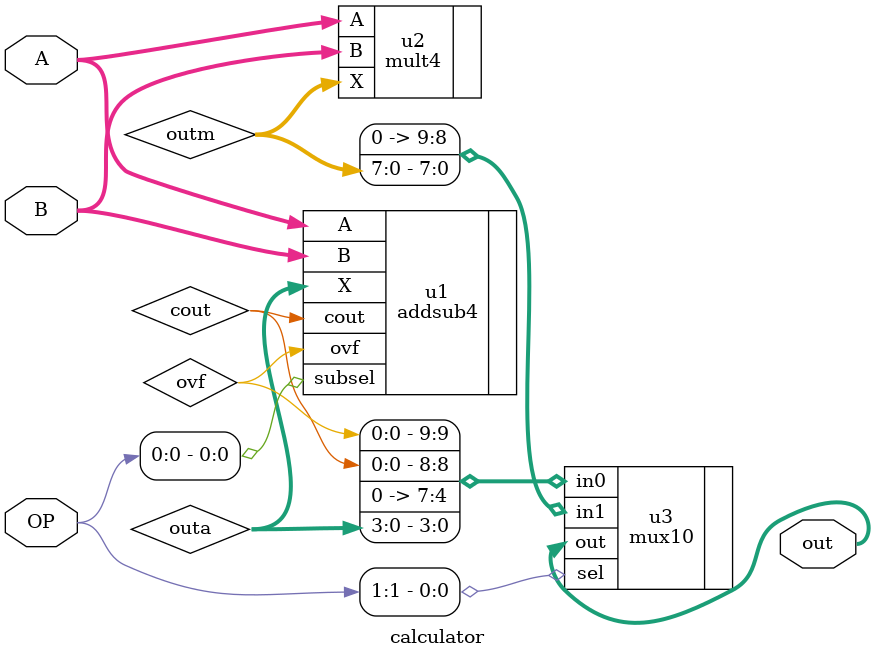
<source format=v>

module calculator (
		   input [1:0]	OP,
		   input [3:0]	A, B,
		   output [9:0]	out
		   );

   wire				cout, ovf;  // carry_out and overflow
   wire [3:0]			outa;  // adder output
   wire [7:0]			outm;  // multiplier output
      
   addsub4 u1 (.A(A), .B(B), .subsel(OP[0]), .X(outa), .cout(cout), .ovf(ovf));

   mult4 u2 (.A(A), .B(B), .X(outm));

   mux10 u3 (.in0({ovf, cout, 4'b0, outa}), .in1({2'b0, outm}), .sel(OP[1]), .out(out));

endmodule // calculator


</source>
